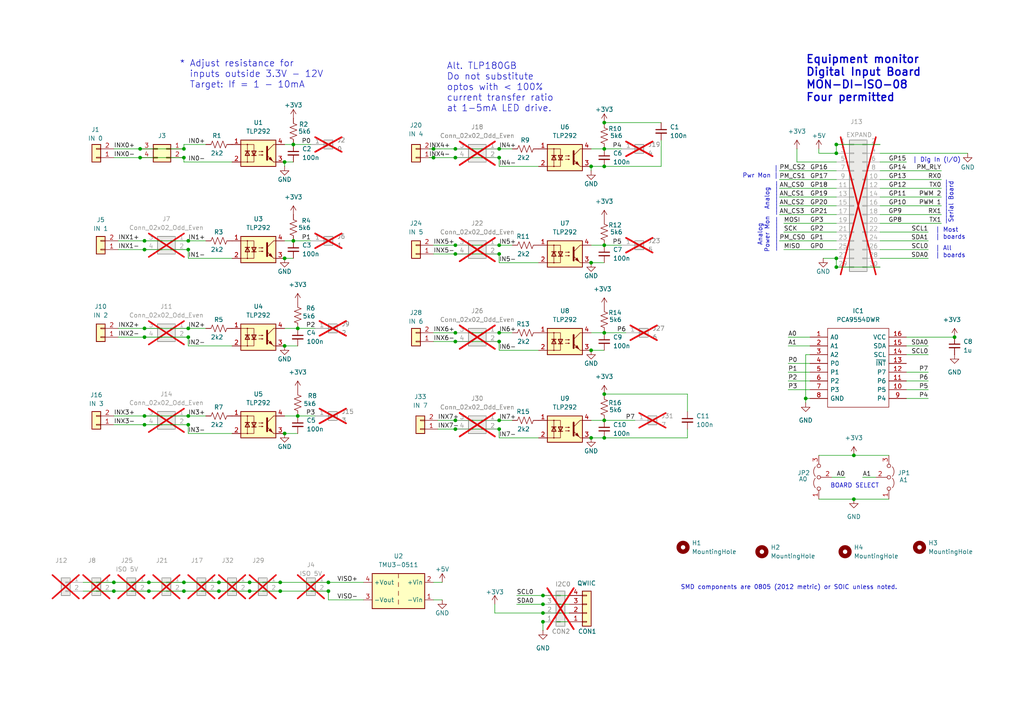
<source format=kicad_sch>
(kicad_sch (version 20250114) (generator "eeschema") (generator_version "9.0")
  (paper "A4")
  (text "    |\nPwr Mon |" (at 225.806 50.038 0) (effects (font (size 1.27 1.27)) (justify right)))
  (text "Analog\n__________" (at 223.52 57.658 90) (effects (font (size 1.27 1.27))))
  (text "BOARD SELECT" (at 247.904 140.97 0) (effects (font (size 1.27 1.27))))
  (text "SMD components are 0805 (2012 metric) or SOIC unless noted." (at 228.854 170.434 0) (effects (font (size 1.27 1.27))))
  (text "| Dig In (I/O)" (at 264.668 46.482 0) (effects (font (size 1.27 1.27)) (justify left)))
  (text "_____________\nSerial Board" (at 274.828 58.674 90) (effects (font (size 1.27 1.27))))
  (text "----------\nSerial Board" (at 446.786 63.754 90) (effects (font (size 1.27 1.27))))
  (text "Equipment monitor\nDigital Input Board \nMON-DI-ISO-08\nFour permitted" (at 233.68 22.86 0) (effects (font (size 2.286 2.286) (thickness 0.381) (bold yes)) (justify left)))
  (text "Analog\nPower Mon\n__________" (at 222.504 68.072 90) (effects (font (size 1.27 1.27))))
  (text "| All\n| boards" (at 271.272 73.152 0) (effects (font (size 1.27 1.27)) (justify left)))
  (text "* Adjust resistance for \n  inputs outside 3.3V - 12V \n  Target: If = 1 - 10mA" (at 52.07 21.59 0) (effects (font (size 1.905 1.905)) (justify left)))
  (text "| Most\n| boards" (at 271.272 67.818 0) (effects (font (size 1.27 1.27)) (justify left)))
  (text "Alt. TLP180GB\nDo not substitute \noptos with < 100%\ncurrent transfer ratio \nat 1-5mA LED drive." (at 129.54 25.4 0) (effects (font (size 1.905 1.905)) (justify left)))
  (text "Analog Boards\n-------" (at 387.35 64.008 90) (effects (font (size 1.27 1.27))))
  (junction (at 86.36 95.25))
  (junction (at 247.65 144.78))
  (junction (at 54.61 95.25))
  (junction (at 242.57 74.93))
  (junction (at 175.26 48.26))
  (junction (at 54.61 123.19))
  (junction (at 144.78 124.46))
  (junction (at 41.91 95.25))
  (junction (at 132.08 96.52))
  (junction (at 40.64 43.18))
  (junction (at 125.73 45.72))
  (junction (at 41.91 120.65))
  (junction (at 144.78 99.06))
  (junction (at 72.39 171.45))
  (junction (at 54.61 69.85))
  (junction (at 125.73 43.18))
  (junction (at 276.86 97.79))
  (junction (at 72.39 168.91))
  (junction (at 82.55 74.93))
  (junction (at 132.08 71.12))
  (junction (at 41.91 69.85))
  (junction (at 54.61 120.65))
  (junction (at 132.08 43.18))
  (junction (at 82.55 125.73))
  (junction (at 33.02 168.91))
  (junction (at 157.48 175.26))
  (junction (at 175.26 71.12))
  (junction (at 63.5 171.45))
  (junction (at 81.28 171.45))
  (junction (at 41.91 97.79))
  (junction (at 95.25 168.91))
  (junction (at 54.61 97.79))
  (junction (at 85.09 41.91))
  (junction (at 171.45 101.6))
  (junction (at 85.09 69.85))
  (junction (at 95.25 171.45))
  (junction (at 144.78 45.72))
  (junction (at 63.5 168.91))
  (junction (at 43.18 168.91))
  (junction (at 144.78 96.52))
  (junction (at 82.55 46.99))
  (junction (at 242.57 41.91))
  (junction (at 132.08 121.92))
  (junction (at 157.48 177.8))
  (junction (at 171.45 127))
  (junction (at 144.78 121.92))
  (junction (at 157.48 180.34))
  (junction (at 132.08 124.46))
  (junction (at 175.26 96.52))
  (junction (at 132.08 73.66))
  (junction (at 81.28 168.91))
  (junction (at 132.08 99.06))
  (junction (at 86.36 120.65))
  (junction (at 33.02 171.45))
  (junction (at 233.68 115.57))
  (junction (at 54.61 72.39))
  (junction (at 40.64 45.72))
  (junction (at 175.26 127))
  (junction (at 53.34 171.45))
  (junction (at 171.45 76.2))
  (junction (at 53.34 45.72))
  (junction (at 144.78 43.18))
  (junction (at 43.18 171.45))
  (junction (at 41.91 123.19))
  (junction (at 175.26 35.56))
  (junction (at 157.48 172.72))
  (junction (at 175.26 43.18))
  (junction (at 175.26 114.3))
  (junction (at 53.34 43.18))
  (junction (at 242.57 77.47))
  (junction (at 171.45 48.26))
  (junction (at 41.91 72.39))
  (junction (at 82.55 100.33))
  (junction (at 247.65 132.08))
  (junction (at 144.78 73.66))
  (junction (at 242.57 44.45))
  (junction (at 53.34 168.91))
  (junction (at 144.78 71.12))
  (junction (at 175.26 121.92))
  (junction (at 132.08 45.72))
  (wire (pts (xy 227.33 72.39) (xy 242.57 72.39)))
  (wire (pts (xy 54.61 120.65) (xy 59.69 120.65)))
  (wire (pts (xy 241.3 138.43) (xy 245.11 138.43)))
  (wire (pts (xy 171.45 121.92) (xy 175.26 121.92)))
  (wire (pts (xy 226.06 59.69) (xy 242.57 59.69)))
  (wire (pts (xy 262.89 107.95) (xy 269.24 107.95)))
  (wire (pts (xy 421.64 78.74) (xy 429.26 78.74)))
  (wire (pts (xy 199.39 114.3) (xy 175.26 114.3)))
  (wire (pts (xy 54.61 72.39) (xy 54.61 74.93)))
  (wire (pts (xy 242.57 77.47) (xy 255.27 77.47)))
  (wire (pts (xy 421.64 81.28) (xy 429.26 81.28)))
  (wire (pts (xy 165.1 180.34) (xy 157.48 180.34)))
  (wire (pts (xy 242.57 41.91) (xy 242.57 44.45)))
  (wire (pts (xy 255.27 44.45) (xy 280.67 44.45)))
  (wire (pts (xy 125.73 96.52) (xy 132.08 96.52)))
  (wire (pts (xy 54.61 125.73) (xy 67.31 125.73)))
  (wire (pts (xy 175.26 96.52) (xy 181.61 96.52)))
  (wire (pts (xy 95.25 168.91) (xy 105.41 168.91)))
  (wire (pts (xy 144.78 96.52) (xy 148.59 96.52)))
  (wire (pts (xy 392.43 78.74) (xy 408.94 78.74)))
  (wire (pts (xy 33.02 171.45) (xy 43.18 171.45)))
  (wire (pts (xy 255.27 52.07) (xy 273.05 52.07)))
  (wire (pts (xy 132.08 71.12) (xy 144.78 71.12)))
  (wire (pts (xy 144.78 43.18) (xy 148.59 43.18)))
  (wire (pts (xy 401.32 76.2) (xy 408.94 76.2)))
  (wire (pts (xy 63.5 168.91) (xy 72.39 168.91)))
  (wire (pts (xy 199.39 127) (xy 175.26 127)))
  (wire (pts (xy 238.76 74.93) (xy 242.57 74.93)))
  (wire (pts (xy 33.02 123.19) (xy 41.91 123.19)))
  (wire (pts (xy 421.64 60.96) (xy 444.5 60.96)))
  (wire (pts (xy 53.34 168.91) (xy 63.5 168.91)))
  (wire (pts (xy 41.91 120.65) (xy 54.61 120.65)))
  (wire (pts (xy 255.27 69.85) (xy 269.24 69.85)))
  (wire (pts (xy 233.68 102.87) (xy 233.68 115.57)))
  (wire (pts (xy 262.89 110.49) (xy 269.24 110.49)))
  (wire (pts (xy 228.6 107.95) (xy 234.95 107.95)))
  (wire (pts (xy 72.39 171.45) (xy 81.28 171.45)))
  (wire (pts (xy 127 124.46) (xy 132.08 124.46)))
  (wire (pts (xy 54.61 100.33) (xy 67.31 100.33)))
  (wire (pts (xy 132.08 73.66) (xy 144.78 73.66)))
  (wire (pts (xy 34.29 72.39) (xy 41.91 72.39)))
  (wire (pts (xy 95.25 171.45) (xy 95.25 173.99)))
  (wire (pts (xy 255.27 64.77) (xy 273.05 64.77)))
  (wire (pts (xy 242.57 74.93) (xy 242.57 77.47)))
  (wire (pts (xy 34.29 97.79) (xy 41.91 97.79)))
  (wire (pts (xy 262.89 115.57) (xy 269.24 115.57)))
  (wire (pts (xy 247.65 132.08) (xy 257.81 132.08)))
  (wire (pts (xy 392.43 73.66) (xy 408.94 73.66)))
  (wire (pts (xy 53.34 46.99) (xy 67.31 46.99)))
  (wire (pts (xy 226.06 54.61) (xy 242.57 54.61)))
  (wire (pts (xy 421.64 66.04) (xy 429.26 66.04)))
  (wire (pts (xy 43.18 168.91) (xy 53.34 168.91)))
  (wire (pts (xy 262.89 97.79) (xy 276.86 97.79)))
  (wire (pts (xy 421.64 55.88) (xy 429.26 55.88)))
  (wire (pts (xy 421.64 58.42) (xy 444.5 58.42)))
  (wire (pts (xy 149.86 172.72) (xy 157.48 172.72)))
  (wire (pts (xy 234.95 102.87) (xy 233.68 102.87)))
  (wire (pts (xy 397.51 49.53) (xy 397.51 53.34)))
  (wire (pts (xy 237.49 144.78) (xy 247.65 144.78)))
  (wire (pts (xy 175.26 127) (xy 171.45 127)))
  (wire (pts (xy 53.34 41.91) (xy 59.69 41.91)))
  (wire (pts (xy 144.78 48.26) (xy 156.21 48.26)))
  (wire (pts (xy 41.91 97.79) (xy 54.61 97.79)))
  (wire (pts (xy 226.06 69.85) (xy 242.57 69.85)))
  (wire (pts (xy 231.14 43.18) (xy 231.14 46.99)))
  (wire (pts (xy 124.46 45.72) (xy 125.73 45.72)))
  (wire (pts (xy 228.6 110.49) (xy 234.95 110.49)))
  (wire (pts (xy 175.26 121.92) (xy 184.15 121.92)))
  (wire (pts (xy 175.26 43.18) (xy 180.34 43.18)))
  (wire (pts (xy 124.46 43.18) (xy 125.73 43.18)))
  (wire (pts (xy 255.27 74.93) (xy 269.24 74.93)))
  (wire (pts (xy 227.33 64.77) (xy 242.57 64.77)))
  (wire (pts (xy 41.91 69.85) (xy 54.61 69.85)))
  (wire (pts (xy 401.32 55.88) (xy 408.94 55.88)))
  (wire (pts (xy 262.89 113.03) (xy 269.24 113.03)))
  (wire (pts (xy 233.68 116.84) (xy 233.68 115.57)))
  (wire (pts (xy 434.34 50.8) (xy 421.64 50.8)))
  (wire (pts (xy 262.89 102.87) (xy 269.24 102.87)))
  (wire (pts (xy 165.1 172.72) (xy 157.48 172.72)))
  (wire (pts (xy 262.89 100.33) (xy 269.24 100.33)))
  (wire (pts (xy 228.6 105.41) (xy 234.95 105.41)))
  (wire (pts (xy 54.61 97.79) (xy 54.61 100.33)))
  (wire (pts (xy 24.13 171.45) (xy 33.02 171.45)))
  (wire (pts (xy 171.45 96.52) (xy 175.26 96.52)))
  (wire (pts (xy 226.06 62.23) (xy 242.57 62.23)))
  (wire (pts (xy 171.45 43.18) (xy 175.26 43.18)))
  (wire (pts (xy 144.78 121.92) (xy 148.59 121.92)))
  (wire (pts (xy 255.27 59.69) (xy 273.05 59.69)))
  (wire (pts (xy 33.02 168.91) (xy 43.18 168.91)))
  (wire (pts (xy 41.91 123.19) (xy 54.61 123.19)))
  (wire (pts (xy 226.06 52.07) (xy 242.57 52.07)))
  (wire (pts (xy 82.55 69.85) (xy 85.09 69.85)))
  (wire (pts (xy 128.27 168.91) (xy 125.73 168.91)))
  (wire (pts (xy 171.45 101.6) (xy 175.26 101.6)))
  (wire (pts (xy 53.34 41.91) (xy 53.34 43.18)))
  (wire (pts (xy 255.27 72.39) (xy 269.24 72.39)))
  (wire (pts (xy 125.73 71.12) (xy 132.08 71.12)))
  (wire (pts (xy 191.77 40.64) (xy 191.77 48.26)))
  (wire (pts (xy 403.86 50.8) (xy 408.94 50.8)))
  (wire (pts (xy 63.5 171.45) (xy 72.39 171.45)))
  (wire (pts (xy 82.55 48.26) (xy 82.55 46.99)))
  (wire (pts (xy 143.51 175.26) (xy 143.51 177.8)))
  (wire (pts (xy 389.89 68.58) (xy 408.94 68.58)))
  (wire (pts (xy 421.64 63.5) (xy 429.26 63.5)))
  (wire (pts (xy 144.78 45.72) (xy 144.78 48.26)))
  (wire (pts (xy 171.45 49.53) (xy 171.45 48.26)))
  (wire (pts (xy 144.78 99.06) (xy 144.78 101.6)))
  (wire (pts (xy 43.18 171.45) (xy 53.34 171.45)))
  (wire (pts (xy 175.26 48.26) (xy 171.45 48.26)))
  (wire (pts (xy 132.08 45.72) (xy 144.78 45.72)))
  (wire (pts (xy 86.36 120.65) (xy 91.44 120.65)))
  (wire (pts (xy 85.09 41.91) (xy 90.17 41.91)))
  (wire (pts (xy 33.02 120.65) (xy 41.91 120.65)))
  (wire (pts (xy 255.27 54.61) (xy 273.05 54.61)))
  (wire (pts (xy 157.48 175.26) (xy 165.1 175.26)))
  (wire (pts (xy 95.25 173.99) (xy 105.41 173.99)))
  (wire (pts (xy 41.91 72.39) (xy 54.61 72.39)))
  (wire (pts (xy 199.39 124.46) (xy 199.39 127)))
  (wire (pts (xy 85.09 69.85) (xy 90.17 69.85)))
  (wire (pts (xy 255.27 57.15) (xy 273.05 57.15)))
  (wire (pts (xy 132.08 124.46) (xy 144.78 124.46)))
  (wire (pts (xy 41.91 95.25) (xy 54.61 95.25)))
  (wire (pts (xy 144.78 127) (xy 156.21 127)))
  (wire (pts (xy 242.57 41.91) (xy 255.27 41.91)))
  (wire (pts (xy 392.43 71.12) (xy 408.94 71.12)))
  (wire (pts (xy 227.33 67.31) (xy 242.57 67.31)))
  (wire (pts (xy 53.34 171.45) (xy 63.5 171.45)))
  (wire (pts (xy 255.27 67.31) (xy 269.24 67.31)))
  (wire (pts (xy 144.78 101.6) (xy 156.21 101.6)))
  (wire (pts (xy 237.49 132.08) (xy 247.65 132.08)))
  (wire (pts (xy 125.73 43.18) (xy 132.08 43.18)))
  (wire (pts (xy 34.29 69.85) (xy 41.91 69.85)))
  (wire (pts (xy 171.45 76.2) (xy 175.26 76.2)))
  (wire (pts (xy 128.27 173.99) (xy 125.73 173.99)))
  (wire (pts (xy 86.36 95.25) (xy 91.44 95.25)))
  (wire (pts (xy 255.27 46.99) (xy 262.89 46.99)))
  (wire (pts (xy 82.55 120.65) (xy 86.36 120.65)))
  (wire (pts (xy 228.6 100.33) (xy 234.95 100.33)))
  (wire (pts (xy 82.55 46.99) (xy 85.09 46.99)))
  (wire (pts (xy 132.08 43.18) (xy 144.78 43.18)))
  (wire (pts (xy 24.13 168.91) (xy 33.02 168.91)))
  (wire (pts (xy 421.64 73.66) (xy 433.07 73.66)))
  (wire (pts (xy 403.86 49.53) (xy 403.86 50.8)))
  (wire (pts (xy 125.73 45.72) (xy 132.08 45.72)))
  (wire (pts (xy 389.89 66.04) (xy 408.94 66.04)))
  (wire (pts (xy 144.78 124.46) (xy 144.78 127)))
  (wire (pts (xy 53.34 45.72) (xy 53.34 46.99)))
  (wire (pts (xy 82.55 95.25) (xy 86.36 95.25)))
  (wire (pts (xy 247.65 144.78) (xy 257.81 144.78)))
  (wire (pts (xy 132.08 99.06) (xy 144.78 99.06)))
  (wire (pts (xy 82.55 125.73) (xy 86.36 125.73)))
  (wire (pts (xy 144.78 76.2) (xy 156.21 76.2)))
  (wire (pts (xy 231.14 46.99) (xy 242.57 46.99)))
  (wire (pts (xy 132.08 121.92) (xy 144.78 121.92)))
  (wire (pts (xy 54.61 74.93) (xy 67.31 74.93)))
  (wire (pts (xy 237.49 43.18) (xy 237.49 44.45)))
  (wire (pts (xy 255.27 62.23) (xy 273.05 62.23)))
  (wire (pts (xy 255.27 49.53) (xy 273.05 49.53)))
  (wire (pts (xy 157.48 180.34) (xy 157.48 182.88)))
  (wire (pts (xy 149.86 175.26) (xy 157.48 175.26)))
  (wire (pts (xy 53.34 43.18) (xy 40.64 43.18)))
  (wire (pts (xy 237.49 44.45) (xy 242.57 44.45)))
  (wire (pts (xy 125.73 73.66) (xy 132.08 73.66)))
  (wire (pts (xy 421.64 71.12) (xy 444.5 71.12)))
  (wire (pts (xy 397.51 53.34) (xy 408.94 53.34)))
  (wire (pts (xy 144.78 73.66) (xy 144.78 76.2)))
  (wire (pts (xy 54.61 123.19) (xy 54.61 125.73)))
  (wire (pts (xy 434.34 50.8) (xy 434.34 83.82)))
  (wire (pts (xy 82.55 100.33) (xy 86.36 100.33)))
  (wire (pts (xy 132.08 96.52) (xy 144.78 96.52)))
  (wire (pts (xy 389.89 63.5) (xy 408.94 63.5)))
  (wire (pts (xy 233.68 115.57) (xy 234.95 115.57)))
  (wire (pts (xy 403.86 81.28) (xy 408.94 81.28)))
  (wire (pts (xy 228.6 113.03) (xy 234.95 113.03)))
  (wire (pts (xy 143.51 177.8) (xy 157.48 177.8)))
  (wire (pts (xy 40.64 45.72) (xy 53.34 45.72)))
  (wire (pts (xy 199.39 119.38) (xy 199.39 114.3)))
  (wire (pts (xy 228.6 97.79) (xy 234.95 97.79)))
  (wire (pts (xy 389.89 60.96) (xy 408.94 60.96)))
  (wire (pts (xy 401.32 58.42) (xy 408.94 58.42)))
  (wire (pts (xy 54.61 95.25) (xy 59.69 95.25)))
  (wire (pts (xy 421.64 53.34) (xy 429.26 53.34)))
  (wire (pts (xy 175.26 48.26) (xy 191.77 48.26)))
  (wire (pts (xy 250.19 138.43) (xy 254 138.43)))
  (wire (pts (xy 144.78 71.12) (xy 148.59 71.12)))
  (wire (pts (xy 226.06 49.53) (xy 242.57 49.53)))
  (wire (pts (xy 81.28 168.91) (xy 95.25 168.91)))
  (wire (pts (xy 165.1 177.8) (xy 157.48 177.8)))
  (wire (pts (xy 54.61 69.85) (xy 59.69 69.85)))
  (wire (pts (xy 127 121.92) (xy 132.08 121.92)))
  (wire (pts (xy 33.02 45.72) (xy 40.64 45.72)))
  (wire (pts (xy 125.73 99.06) (xy 132.08 99.06)))
  (wire (pts (xy 82.55 41.91) (xy 85.09 41.91)))
  (wire (pts (xy 175.26 35.56) (xy 191.77 35.56)))
  (wire (pts (xy 421.64 76.2) (xy 433.07 76.2)))
  (wire (pts (xy 82.55 74.93) (xy 85.09 74.93)))
  (wire (pts (xy 421.64 68.58) (xy 444.5 68.58)))
  (wire (pts (xy 33.02 43.18) (xy 40.64 43.18)))
  (wire (pts (xy 81.28 171.45) (xy 95.25 171.45)))
  (wire (pts (xy 226.06 57.15) (xy 242.57 57.15)))
  (wire (pts (xy 175.26 71.12) (xy 180.34 71.12)))
  (wire (pts (xy 72.39 168.91) (xy 81.28 168.91)))
  (wire (pts (xy 171.45 71.12) (xy 175.26 71.12)))
  (wire (pts (xy 34.29 95.25) (xy 41.91 95.25)))
  (label "INX3-" (at 33.02 123.19 0))
  (label "GP8" (at 429.26 71.12 180))
  (label "TX0" (at 273.05 54.61 180))
  (label "P3" (at 228.6 113.03 0))
  (label "GP20" (at 234.95 59.69 0))
  (label "GP17" (at 234.95 52.07 0))
  (label "INX3+" (at 33.02 120.65 0))
  (label "GP18" (at 234.95 54.61 0))
  (label "PM_CS2" (at 226.06 49.53 0))
  (label "GP17" (at 401.32 58.42 0))
  (label "RX0" (at 273.05 52.07 180))
  (label "GP2" (at 234.95 67.31 0))
  (label "GP9" (at 261.62 62.23 180))
  (label "INX1+" (at 34.29 69.85 0))
  (label "INX0-" (at 33.02 45.72 0))
  (label "INX7+" (at 127 121.92 0))
  (label "VISO-" (at 97.79 173.99 0))
  (label "IN1-" (at 54.61 74.93 0))
  (label "TX1" (at 273.05 64.77 180))
  (label "P1" (at 90.17 69.85 180))
  (label "PM_RLY" (at 273.05 49.53 180))
  (label "GP12" (at 262.89 54.61 180))
  (label "GP10" (at 262.89 59.69 180))
  (label "GP19" (at 401.32 63.5 0))
  (label "INX7-" (at 127 124.46 0))
  (label "GP14" (at 429.26 55.88 180))
  (label "SCL1" (at 269.24 67.31 180))
  (label "IN2+" (at 54.61 95.25 0))
  (label "SDA" (at 429.26 81.28 180))
  (label "SCL1" (at 433.07 73.66 180))
  (label "MOSI" (at 392.43 71.12 0))
  (label "TX1" (at 444.5 71.12 180))
  (label "IN5-" (at 144.78 76.2 0))
  (label "IN7+" (at 144.78 121.92 0))
  (label "P0" (at 228.6 105.41 0))
  (label "INX2-" (at 34.29 97.79 0))
  (label "IN7-" (at 144.78 127 0))
  (label "IN4-" (at 144.78 48.26 0))
  (label "SCL0" (at 269.24 72.39 180))
  (label "SCL0" (at 269.24 102.87 180))
  (label "INX4+" (at 124.46 43.18 0))
  (label "P6" (at 181.61 96.52 180))
  (label "IN6-" (at 144.78 101.6 0))
  (label "P4" (at 180.34 43.18 180))
  (label "PM_CS0" (at 226.06 69.85 0))
  (label "GP13" (at 429.26 58.42 180))
  (label "INX4-" (at 124.46 45.72 0))
  (label "GP0" (at 234.95 72.39 0))
  (label "IN2-" (at 54.61 100.33 0))
  (label "P1" (at 228.6 107.95 0))
  (label "GP19" (at 234.95 57.15 0))
  (label "P5" (at 269.24 113.03 180))
  (label "SEL3" (at 389.89 68.58 0))
  (label "GP8" (at 261.62 64.77 180))
  (label "SCL" (at 429.26 78.74 180))
  (label "INX6-" (at 125.73 99.06 0))
  (label "GP9" (at 429.26 68.58 180))
  (label "GP20" (at 401.32 66.04 0))
  (label "GP15" (at 429.26 53.34 180))
  (label "PWM 2" (at 273.05 57.15 180))
  (label "GP7" (at 426.72 73.66 180))
  (label "SEL2" (at 389.89 66.04 0))
  (label "SCK" (at 227.33 67.31 0))
  (label "IN3+" (at 54.61 120.65 0))
  (label "GP16" (at 401.32 55.88 0))
  (label "GP3" (at 401.32 71.12 0))
  (label "INX2+" (at 34.29 95.25 0))
  (label "PWM 1" (at 273.05 59.69 180))
  (label "A1" (at 228.6 100.33 0))
  (label "AN_CS0" (at 226.06 54.61 0))
  (label "VISO+" (at 97.79 168.91 0))
  (label "P3" (at 91.44 120.65 180))
  (label "GP16" (at 234.95 49.53 0))
  (label "SCK" (at 392.43 73.66 0))
  (label "GP21" (at 234.95 62.23 0))
  (label "IN4+" (at 144.78 43.18 0))
  (label "P5" (at 180.34 71.12 180))
  (label "INX1-" (at 34.29 72.39 0))
  (label "GP1" (at 401.32 76.2 0))
  (label "GP15" (at 262.89 46.99 180))
  (label "GP21" (at 401.32 68.58 0))
  (label "IN1+" (at 54.61 69.85 0))
  (label "SEL0" (at 389.89 60.96 0))
  (label "SCL0" (at 149.86 172.72 0))
  (label "GP11" (at 262.89 57.15 180))
  (label "AN_CS1" (at 226.06 57.15 0))
  (label "IN3-" (at 54.61 125.73 0))
  (label "GP18" (at 401.32 60.96 0))
  (label "RX0" (at 444.5 58.42 180))
  (label "PM_CS1" (at 226.06 52.07 0))
  (label "P4" (at 269.24 115.57 180))
  (label "AN_CS2" (at 226.06 59.69 0))
  (label "MISO" (at 392.43 78.74 0))
  (label "RX1" (at 444.5 68.58 180))
  (label "IN0-" (at 54.61 46.99 0))
  (label "A0" (at 245.11 138.43 180))
  (label "INX6+" (at 125.73 96.52 0))
  (label "INX5+" (at 125.73 71.12 0))
  (label "P7" (at 269.24 107.95 180))
  (label "P0" (at 90.17 41.91 180))
  (label "GP0" (at 401.32 78.74 0))
  (label "SDA1" (at 269.24 69.85 180))
  (label "P2" (at 228.6 110.49 0))
  (label "SEL1" (at 389.89 63.5 0))
  (label "GP13" (at 262.89 52.07 180))
  (label "GP2" (at 401.32 73.66 0))
  (label "GP6" (at 426.72 76.2 180))
  (label "IN6+" (at 144.78 96.52 0))
  (label "SDA0" (at 269.24 100.33 180))
  (label "IN5+" (at 144.78 71.12 0))
  (label "IN0+" (at 54.61 41.91 0))
  (label "P7" (at 184.15 121.92 180))
  (label "INX5-" (at 125.73 73.66 0))
  (label "P2" (at 91.44 95.25 180))
  (label "MOSI" (at 227.33 64.77 0))
  (label "TX0" (at 444.5 60.96 180))
  (label "INX0+" (at 33.02 43.18 0))
  (label "P6" (at 269.24 110.49 180))
  (label "A1" (at 250.19 138.43 0))
  (label "GP3" (at 234.95 64.77 0))
  (label "AN_CS3" (at 226.06 62.23 0))
  (label "GP10" (at 429.26 66.04 180))
  (label "RX1" (at 273.05 62.23 180))
  (label "GP14" (at 262.89 49.53 180))
  (label "MISO" (at 227.33 72.39 0))
  (label "GP1" (at 234.95 69.85 0))
  (label "GP12" (at 429.26 60.96 180))
  (label "SDA0" (at 269.24 74.93 180))
  (label "SDA0" (at 149.86 175.26 0))
  (label "SDA1" (at 433.07 76.2 180))
  (label "GP11" (at 429.26 63.5 180))
  (label "A0" (at 228.6 97.79 0))
  (symbol (lib_id "Device:C_Small") (at 86.36 123.19 0) (unit 1)
    (property "Reference" "C5" (at 88.9 121.9262 0) (effects (justify left)))
    (property "Value" "100n" (at 88.9 124.4662 0) (effects (justify left)))
    (property "Footprint" "Capacitor_SMD:C_0805_2012Metric_Pad1.18x1.45mm_HandSolder" (effects (hide yes)))
    (property "Description" "Unpolarized capacitor, small symbol" (effects (hide yes)))
  )
  (symbol (lib_id "Mechanical:MountingHole") (at 220.98 160.02 0) (unit 1) (exclude_from_sim yes)
    (property "Reference" "H2" (at 223.52 158.7499 0) (effects (justify left)))
    (property "Value" "MountingHole" (at 223.52 161.2899 0) (effects (justify left)))
    (property "Footprint" "RP:MountingHole_3.5mm_no_fill" (effects (hide yes)))
    (property "Description" "Mounting Hole without connection" (effects (hide yes)))
  )
  (symbol (lib_id "power:GND") (at 82.55 74.93 0) (unit 1)
    (property "Reference" "#PWR012" (effects (hide yes)))
    (property "Value" "GND" (at 82.55 78.74 0))
  )
  (symbol (lib_id "power:+3V3") (at 247.65 132.08 0) (unit 1)
    (property "Reference" "#PWR028" (effects (hide yes)))
    (property "Value" "+3V3" (at 247.65 127 0))
    (property "Description" "Power symbol creates a global label with name \"+3V3\"" (effects (hide yes)))
  )
  (symbol (lib_id "Connector_Generic:Conn_01x02") (at 27.94 45.72 180) (unit 1)
    (property "Reference" "J1" (at 27.686 37.592 0))
    (property "Value" "IN 0" (at 27.686 40.132 0))
    (property "Footprint" "RP:K2EDG" (effects (hide yes)))
    (property "Description" "Generic connector, single row, 01x02, script generated (kicad-library-utils/schlib/autogen/connector/)" (effects (hide yes)))
    (property "Description_1" "Pluggable Terminal Blocks 2P 3.81MM HDR RA PLUGGABLE TERM BLK" (effects (hide yes)))
    (property "Height" "7.5" (effects (hide yes)))
    (property "Mouser Part Number" "649-220110-D021A01LF" (effects (hide yes)))
    (property "Mouser Price/Stock" "https://www.mouser.co.uk/ProductDetail/Amphenol-Anytek/OQ0232510000G?qs=Mv7BduZupUhls3kYL4ZmhA%3D%3D" (effects (hide yes)))
    (property "Manufacturer_Name" "Amphenol" (effects (hide yes)))
    (property "Manufacturer_Part_Number" "OQ0232510000G" (effects (hide yes)))
  )
  (symbol (lib_id "Device:R_US") (at 175.26 67.31 0) (unit 1)
    (property "Reference" "R12" (at 180.34 65.278 0) (effects (justify right)))
    (property "Value" "5k6" (at 180.594 67.31 0) (effects (justify right)))
    (property "Footprint" "Resistor_SMD:R_0805_2012Metric_Pad1.20x1.40mm_HandSolder" (effects (hide yes)))
  )
  (symbol (lib_id "Device:C_Small") (at 175.26 73.66 0) (unit 1)
    (property "Reference" "C7" (at 177.8 72.3962 0) (effects (justify left)))
    (property "Value" "100n" (at 177.8 74.9362 0) (effects (justify left)))
    (property "Footprint" "Capacitor_SMD:C_0805_2012Metric_Pad1.18x1.45mm_HandSolder" (effects (hide yes)))
    (property "Description" "Unpolarized capacitor, small symbol" (effects (hide yes)))
  )
  (symbol (lib_id "Device:C_Small") (at 276.86 100.33 0) (unit 1)
    (property "Reference" "C8" (at 279.4 99.0662 0) (effects (justify left)))
    (property "Value" "1u" (at 279.4 101.6062 0) (effects (justify left)))
    (property "Footprint" "Capacitor_SMD:C_0805_2012Metric_Pad1.18x1.45mm_HandSolder" (effects (hide yes)))
    (property "Description" "Unpolarized capacitor, small symbol" (effects (hide yes)))
  )
  (symbol (lib_id "power:GND") (at 247.65 144.78 0) (unit 1)
    (property "Reference" "#PWR029" (effects (hide yes)))
    (property "Value" "GND" (at 247.65 149.86 0))
    (property "Description" "Power symbol creates a global label with name \"GND\" , ground" (effects (hide yes)))
  )
  (symbol (lib_id "Device:R_US") (at 86.36 91.44 0) (unit 1)
    (property "Reference" "R6" (at 91.44 89.408 0) (effects (justify right)))
    (property "Value" "5k6" (at 91.44 91.694 0) (effects (justify right)))
    (property "Footprint" "Resistor_SMD:R_0805_2012Metric_Pad1.20x1.40mm_HandSolder" (effects (hide yes)))
  )
  (symbol (lib_id "Device:C_Small") (at 175.26 45.72 0) (unit 1)
    (property "Reference" "C6" (at 177.8 44.4562 0) (effects (justify left)))
    (property "Value" "100n" (at 177.8 46.9962 0) (effects (justify left)))
    (property "Footprint" "Capacitor_SMD:C_0805_2012Metric_Pad1.18x1.45mm_HandSolder" (effects (hide yes)))
    (property "Description" "Unpolarized capacitor, small symbol" (effects (hide yes)))
  )
  (symbol (lib_id "Connector_Generic:Conn_01x01") (at 189.23 121.92 0) (unit 1) (dnp yes)
    (property "Reference" "J31" (at 191.77 120.6499 0) (effects (justify left)))
    (property "Value" "7" (at 191.77 123.1899 0) (effects (justify left)))
    (property "Footprint" "Connector_PinHeader_2.54mm:PinHeader_1x01_P2.54mm_Vertical" (effects (hide yes)))
    (property "Description" "Generic connector, single row, 01x01, script generated (kicad-library-utils/schlib/autogen/connector/)" (effects (hide yes)))
  )
  (symbol (lib_id "Device:R_US") (at 63.5 120.65 270) (unit 1)
    (property "Reference" "R7" (at 64.77 118.11 90) (effects (justify right)))
    (property "Value" "2k2" (at 64.77 123.19 90) (effects (justify right)))
    (property "Footprint" "Resistor_SMD:R_0805_2012Metric_Pad1.20x1.40mm_HandSolder" (effects (hide yes)))
  )
  (symbol (lib_id "power:GND") (at 157.48 182.88 0) (unit 1)
    (property "Reference" "#PWR033" (effects (hide yes)))
    (property "Value" "GND" (at 157.48 187.96 0))
    (property "Description" "Power symbol creates a global label with name \"GND\" , ground" (effects (hide yes)))
  )
  (symbol (lib_id "power:GND") (at 434.34 83.82 0) (unit 1)
    (property "Reference" "#PWR016" (effects (hide yes)))
    (property "Value" "GND" (at 434.34 88.9 0))
    (property "Description" "Power symbol creates a global label with name \"GND\" , ground" (effects (hide yes)))
  )
  (symbol (lib_id "Connector_Generic:Conn_01x02") (at 48.26 168.91 0) (mirror y) (unit 1) (dnp yes)
    (property "Reference" "J21" (at 46.99 162.56 0))
    (property "Value" "Conn_02x02_Odd_Even" (effects (hide yes)))
    (property "Footprint" "Connector_PinHeader_1.27mm:PinHeader_1x02_P1.27mm_Vertical" (effects (hide yes)))
    (property "Description" "Generic connector, single row, 01x02, script generated (kicad-library-utils/schlib/autogen/connector/)" (effects (hide yes)))
  )
  (symbol (lib_id "power:+3V3") (at 86.36 87.63 0) (unit 1)
    (property "Reference" "#PWR017" (effects (hide yes)))
    (property "Value" "+3V3" (at 86.36 82.55 0))
    (property "Description" "Power symbol creates a global label with name \"+3V3\"" (effects (hide yes)))
  )
  (symbol (lib_id "power:+3V3") (at 143.51 175.26 0) (unit 1)
    (property "Reference" "#PWR032" (effects (hide yes)))
    (property "Value" "+3V3" (at 143.51 171.704 0))
    (property "Description" "Power symbol creates a global label with name \"+3V3\"" (effects (hide yes)))
  )
  (symbol (lib_id "power:+3V3") (at 85.09 34.29 0) (unit 1)
    (property "Reference" "#PWR01" (effects (hide yes)))
    (property "Value" "+3V3" (at 85.09 30.48 0))
    (property "Description" "Power symbol creates a global label with name \"+3V3\"" (effects (hide yes)))
  )
  (symbol (lib_id "Connector_Generic:Conn_02x02_Top_Bottom") (at 48.26 43.18 0) (mirror y) (unit 1)
    (property "Reference" "J3" (at 46.99 39.37 0))
    (property "Value" "Conn_02x02_Odd_Even" (effects (hide yes)))
    (property "Footprint" "Connector_PinHeader_1.27mm:PinHeader_2x02_P1.27mm_Vertical" (effects (hide yes)))
  )
  (symbol (lib_id "power:GND") (at 238.76 74.93 0) (unit 1)
    (property "Reference" "#PWR013" (effects (hide yes)))
    (property "Value" "GND" (at 238.76 78.74 0))
    (property "Description" "Power symbol creates a global label with name \"GND\" , ground" (effects (hide yes)))
  )
  (symbol (lib_id "power:GND") (at 171.45 127 0) (unit 1)
    (property "Reference" "#PWR027" (effects (hide yes)))
    (property "Value" "GND" (at 171.45 130.81 0))
  )
  (symbol (lib_id "Connector_Generic:Conn_02x02_Top_Bottom") (at 139.7 121.92 0) (mirror y) (unit 1) (dnp yes)
    (property "Reference" "J30" (at 138.43 115.57 0))
    (property "Value" "Conn_02x02_Odd_Even" (at 138.43 118.11 0))
    (property "Footprint" "Connector_PinHeader_1.27mm:PinHeader_2x02_P1.27mm_Vertical" (effects (hide yes)))
  )
  (symbol (lib_id "power:+5V") (at 403.86 49.53 0) (unit 1)
    (property "Reference" "#PWR09" (effects (hide yes)))
    (property "Value" "+5V" (at 403.86 44.45 0))
    (property "Description" "Power symbol creates a global label with name \"+5V\"" (effects (hide yes)))
  )
  (symbol (lib_id "Connector_Generic:Conn_01x04") (at 170.18 177.8 0) (mirror x) (unit 1)
    (property "Reference" "CON1" (at 167.64 183.134 0) (effects (justify left)))
    (property "Value" "QWIIC" (at 167.386 169.164 0) (effects (justify left)))
    (property "Footprint" "RP:JST_SH_SM04B-SRSS-TB_1x04-1MP_P1.00mm_Horizontal_wide_MP" (effects (hide yes)))
    (property "Description" "Generic connector, single row, 01x04, script generated (kicad-library-utils/schlib/autogen/connector/)" (effects (hide yes)))
  )
  (symbol (lib_id "Connector_Generic:Conn_01x01") (at 96.52 95.25 0) (unit 1) (dnp yes)
    (property "Reference" "J9" (at 99.06 93.9799 0) (effects (justify left)))
    (property "Value" "2" (at 99.06 96.5199 0) (effects (justify left)))
    (property "Footprint" "Connector_PinHeader_2.54mm:PinHeader_1x01_P2.54mm_Vertical" (effects (hide yes)))
    (property "Description" "Generic connector, single row, 01x01, script generated (kicad-library-utils/schlib/autogen/connector/)" (effects (hide yes)))
  )
  (symbol (lib_id "Device:R_US") (at 86.36 116.84 0) (unit 1)
    (property "Reference" "R8" (at 91.948 114.808 0) (effects (justify right)))
    (property "Value" "5k6" (at 91.694 117.094 0) (effects (justify right)))
    (property "Footprint" "Resistor_SMD:R_0805_2012Metric_Pad1.20x1.40mm_HandSolder" (effects (hide yes)))
  )
  (symbol (lib_id "Device:C_Small") (at 85.09 44.45 0) (unit 1)
    (property "Reference" "C2" (at 87.63 43.1862 0) (effects (justify left)))
    (property "Value" "100n" (at 87.63 45.7262 0) (effects (justify left)))
    (property "Footprint" "Capacitor_SMD:C_0805_2012Metric_Pad1.18x1.45mm_HandSolder" (effects (hide yes)))
    (property "Description" "Unpolarized capacitor, small symbol" (effects (hide yes)))
  )
  (symbol (lib_id "Device:R_US") (at 152.4 71.12 270) (unit 1)
    (property "Reference" "R11" (at 153.67 68.58 90) (effects (justify right)))
    (property "Value" "2k2" (at 153.67 73.66 90) (effects (justify right)))
    (property "Footprint" "Resistor_SMD:R_0805_2012Metric_Pad1.20x1.40mm_HandSolder" (effects (hide yes)))
  )
  (symbol (lib_id "power:GND") (at 171.45 49.53 0) (unit 1)
    (property "Reference" "#PWR07" (effects (hide yes)))
    (property "Value" "GND" (at 171.45 53.34 0))
  )
  (symbol (lib_id "power:GND") (at 171.45 101.6 0) (unit 1)
    (property "Reference" "#PWR021" (effects (hide yes)))
    (property "Value" "GND" (at 171.45 105.41 0))
  )
  (symbol (lib_id "Device:R_US") (at 63.5 41.91 270) (unit 1)
    (property "Reference" "R1" (at 64.262 39.37 90) (effects (justify right)))
    (property "Value" "2k2" (at 64.77 44.45 90) (effects (justify right)))
    (property "Footprint" "Resistor_SMD:R_0805_2012Metric_Pad1.20x1.40mm_HandSolder" (effects (hide yes)))
  )
  (symbol (lib_id "Isolator:TLP292") (at 163.83 124.46 0) (unit 1)
    (property "Reference" "U9" (at 163.83 115.57 0))
    (property "Value" "TLP292" (at 163.83 118.11 0))
    (property "Footprint" "RP:TLP_OPTO_WIDE_PINS" (effects (hide yes)))
    (property "Datasheet" "https://toshiba.semicon-storage.com/info/TLP292_datasheet_en_20191129.pdf?did=14425&prodName=TLP292" (effects (hide yes)))
    (property "Description" "AC/DC Phototransistor Optocoupler, Vce 80V, CTR 50-200%, SOP4" (effects (hide yes)))
  )
  (symbol (lib_id "Connector_Generic:Conn_01x02") (at 58.42 168.91 0) (mirror y) (unit 1) (dnp yes)
    (property "Reference" "J17" (at 57.15 162.56 0))
    (property "Value" "Conn_02x02_Odd_Even" (effects (hide yes)))
    (property "Footprint" "Connector_PinHeader_1.27mm:PinHeader_1x02_P1.27mm_Vertical" (effects (hide yes)))
    (property "Description" "Generic connector, single row, 01x02, script generated (kicad-library-utils/schlib/autogen/connector/)" (effects (hide yes)))
  )
  (symbol (lib_id "Connector_Generic:Conn_01x02") (at 38.1 168.91 0) (mirror y) (unit 1) (dnp yes)
    (property "Reference" "J25" (at 36.83 162.56 0))
    (property "Value" "ISO 5V" (at 36.83 165.1 0))
    (property "Footprint" "Connector_PinHeader_1.27mm:PinHeader_1x02_P1.27mm_Vertical" (effects (hide yes)))
    (property "Description" "Generic connector, single row, 01x02, script generated (kicad-library-utils/schlib/autogen/connector/)" (effects (hide yes)))
  )
  (symbol (lib_id "Isolator:TLP292") (at 163.83 99.06 0) (unit 1)
    (property "Reference" "U8" (at 163.83 90.17 0))
    (property "Value" "TLP292" (at 163.83 92.71 0))
    (property "Footprint" "RP:TLP_OPTO_WIDE_PINS" (effects (hide yes)))
    (property "Datasheet" "https://toshiba.semicon-storage.com/info/TLP292_datasheet_en_20191129.pdf?did=14425&prodName=TLP292" (effects (hide yes)))
    (property "Description" "AC/DC Phototransistor Optocoupler, Vce 80V, CTR 50-200%, SOP4" (effects (hide yes)))
  )
  (symbol (lib_id "power:+3V3") (at 85.09 62.23 0) (unit 1)
    (property "Reference" "#PWR010" (effects (hide yes)))
    (property "Value" "+3V3" (at 85.09 57.15 0))
    (property "Description" "Power symbol creates a global label with name \"+3V3\"" (effects (hide yes)))
  )
  (symbol (lib_id "Mechanical:MountingHole") (at 198.12 158.75 0) (unit 1) (exclude_from_sim yes)
    (property "Reference" "H1" (at 200.66 157.4799 0) (effects (justify left)))
    (property "Value" "MountingHole" (at 200.66 160.0199 0) (effects (justify left)))
    (property "Footprint" "RP:MountingHole_3.5mm_no_fill" (effects (hide yes)))
    (property "Description" "Mounting Hole without connection" (effects (hide yes)))
  )
  (symbol (lib_id "power:GND") (at 82.55 100.33 0) (unit 1)
    (property "Reference" "#PWR020" (effects (hide yes)))
    (property "Value" "GND" (at 82.55 104.14 0))
  )
  (symbol (lib_id "Connector_Generic:Conn_01x01") (at 185.42 43.18 0) (unit 1) (dnp yes)
    (property "Reference" "J19" (at 187.96 41.9099 0) (effects (justify left)))
    (property "Value" "4" (at 187.96 44.4499 0) (effects (justify left)))
    (property "Footprint" "Connector_PinHeader_2.54mm:PinHeader_1x01_P2.54mm_Vertical" (effects (hide yes)))
    (property "Description" "Generic connector, single row, 01x01, script generated (kicad-library-utils/schlib/autogen/connector/)" (effects (hide yes)))
  )
  (symbol (lib_id "Connector_Generic:Conn_01x02") (at 29.21 72.39 180) (unit 1)
    (property "Reference" "J5" (at 29.21 63.754 0))
    (property "Value" "IN 1" (at 29.21 66.294 0))
    (property "Footprint" "RP:K2EDG" (effects (hide yes)))
    (property "Description" "Generic connector, single row, 01x02, script generated (kicad-library-utils/schlib/autogen/connector/)" (effects (hide yes)))
    (property "Description_1" "Pluggable Terminal Blocks 2P 3.81MM HDR RA PLUGGABLE TERM BLK" (effects (hide yes)))
    (property "Height" "7.5" (effects (hide yes)))
    (property "Mouser Part Number" "649-220110-D021A01LF" (effects (hide yes)))
    (property "Mouser Price/Stock" "https://www.mouser.co.uk/ProductDetail/Amphenol-Anytek/OQ0232510000G?qs=Mv7BduZupUhls3kYL4ZmhA%3D%3D" (effects (hide yes)))
    (property "Manufacturer_Name" "Amphenol" (effects (hide yes)))
    (property "Manufacturer_Part_Number" "OQ0232510000G" (effects (hide yes)))
  )
  (symbol (lib_id "Connector_Generic:Conn_01x01") (at 185.42 71.12 0) (unit 1) (dnp yes)
    (property "Reference" "J23" (at 187.96 69.8499 0) (effects (justify left)))
    (property "Value" "5" (at 187.96 72.3899 0) (effects (justify left)))
    (property "Footprint" "Connector_PinHeader_2.54mm:PinHeader_1x01_P2.54mm_Vertical" (effects (hide yes)))
    (property "Description" "Generic connector, single row, 01x01, script generated (kicad-library-utils/schlib/autogen/connector/)" (effects (hide yes)))
  )
  (symbol (lib_id "Device:C_Small") (at 85.09 72.39 0) (unit 1)
    (property "Reference" "C3" (at 87.63 71.1262 0) (effects (justify left)))
    (property "Value" "100n" (at 87.63 73.6662 0) (effects (justify left)))
    (property "Footprint" "Capacitor_SMD:C_0805_2012Metric_Pad1.18x1.45mm_HandSolder" (effects (hide yes)))
    (property "Description" "Unpolarized capacitor, small symbol" (effects (hide yes)))
  )
  (symbol (lib_id "Connector_Generic:Conn_01x01") (at 95.25 41.91 0) (unit 1) (dnp yes)
    (property "Reference" "J2" (at 97.79 40.6399 0) (effects (justify left)))
    (property "Value" "0" (at 97.79 43.1799 0) (effects (justify left)))
    (property "Footprint" "Connector_PinHeader_2.54mm:PinHeader_1x01_P2.54mm_Vertical" (effects (hide yes)))
    (property "Description" "Generic connector, single row, 01x01, script generated (kicad-library-utils/schlib/autogen/connector/)" (effects (hide yes)))
  )
  (symbol (lib_id "Connector_Generic:Conn_01x02") (at 29.21 97.79 180) (unit 1)
    (property "Reference" "J10" (at 29.21 88.9 0))
    (property "Value" "IN 2" (at 29.21 91.44 0))
    (property "Footprint" "RP:K2EDG" (effects (hide yes)))
    (property "Description" "Generic connector, single row, 01x02, script generated (kicad-library-utils/schlib/autogen/connector/)" (effects (hide yes)))
    (property "Description_1" "Pluggable Terminal Blocks 2P 3.81MM HDR RA PLUGGABLE TERM BLK" (effects (hide yes)))
    (property "Height" "7.5" (effects (hide yes)))
    (property "Mouser Part Number" "649-220110-D021A01LF" (effects (hide yes)))
    (property "Mouser Price/Stock" "https://www.mouser.co.uk/ProductDetail/Amphenol-Anytek/OQ0232510000G?qs=Mv7BduZupUhls3kYL4ZmhA%3D%3D" (effects (hide yes)))
    (property "Manufacturer_Name" "Amphenol" (effects (hide yes)))
    (property "Manufacturer_Part_Number" "OQ0232510000G" (effects (hide yes)))
  )
  (symbol (lib_id "Device:R_US") (at 152.4 96.52 270) (unit 1)
    (property "Reference" "R13" (at 153.67 93.98 90) (effects (justify right)))
    (property "Value" "2k2" (at 153.67 99.06 90) (effects (justify right)))
    (property "Footprint" "Resistor_SMD:R_0805_2012Metric_Pad1.20x1.40mm_HandSolder" (effects (hide yes)))
  )
  (symbol (lib_id "Connector_Generic:Conn_01x01") (at 95.25 69.85 0) (unit 1) (dnp yes)
    (property "Reference" "J6" (at 97.79 68.5799 0) (effects (justify left)))
    (property "Value" "1" (at 97.79 71.1199 0) (effects (justify left)))
    (property "Footprint" "Connector_PinHeader_2.54mm:PinHeader_1x01_P2.54mm_Vertical" (effects (hide yes)))
    (property "Description" "Generic connector, single row, 01x01, script generated (kicad-library-utils/schlib/autogen/connector/)" (effects (hide yes)))
  )
  (symbol (lib_id "power:GND") (at 128.27 173.99 0) (unit 1)
    (property "Reference" "#PWR031" (effects (hide yes)))
    (property "Value" "GND" (at 128.27 177.8 0))
    (property "Description" "Power symbol creates a global label with name \"GND\" , ground" (effects (hide yes)))
  )
  (symbol (lib_id "Connector_Generic:Conn_01x02") (at 27.94 123.19 180) (unit 1)
    (property "Reference" "J16" (at 27.94 114.554 0))
    (property "Value" "IN 3" (at 27.94 117.094 0))
    (property "Footprint" "RP:K2EDG" (effects (hide yes)))
    (property "Description" "Generic connector, single row, 01x02, script generated (kicad-library-utils/schlib/autogen/connector/)" (effects (hide yes)))
    (property "Description_1" "Pluggable Terminal Blocks 2P 3.81MM HDR RA PLUGGABLE TERM BLK" (effects (hide yes)))
    (property "Height" "7.5" (effects (hide yes)))
    (property "Mouser Part Number" "649-220110-D021A01LF" (effects (hide yes)))
    (property "Mouser Price/Stock" "https://www.mouser.co.uk/ProductDetail/Amphenol-Anytek/OQ0232510000G?qs=Mv7BduZupUhls3kYL4ZmhA%3D%3D" (effects (hide yes)))
    (property "Manufacturer_Name" "Amphenol" (effects (hide yes)))
    (property "Manufacturer_Part_Number" "OQ0232510000G" (effects (hide yes)))
  )
  (symbol (lib_id "power:+3V3") (at 231.14 43.18 0) (unit 1)
    (property "Reference" "#PWR03" (effects (hide yes)))
    (property "Value" "+3V3" (at 231.14 38.1 0))
    (property "Description" "Power symbol creates a global label with name \"+3V3\"" (effects (hide yes)))
  )
  (symbol (lib_id "Device:R_US") (at 175.26 39.37 0) (unit 1)
    (property "Reference" "R10" (at 180.34 37.338 0) (effects (justify right)))
    (property "Value" "5k6" (at 180.594 39.37 0) (effects (justify right)))
    (property "Footprint" "Resistor_SMD:R_0805_2012Metric_Pad1.20x1.40mm_HandSolder" (effects (hide yes)))
  )
  (symbol (lib_id "power:+3V3") (at 175.26 88.9 0) (unit 1)
    (property "Reference" "#PWR018" (effects (hide yes)))
    (property "Value" "+3V3" (at 174.752 83.82 0))
    (property "Description" "Power symbol creates a global label with name \"+3V3\"" (effects (hide yes)))
  )
  (symbol (lib_id "Connector_Generic:Conn_01x04") (at 162.56 177.8 0) (mirror x) (unit 1) (dnp yes)
    (property "Reference" "CON2" (at 160.02 183.134 0) (effects (justify left)))
    (property "Value" "I2C0" (at 161.036 169.418 0) (effects (justify left)))
    (property "Footprint" "Connector_PinSocket_2.54mm:PinSocket_1x04_P2.54mm_Vertical" (effects (hide yes)))
    (property "Description" "Generic connector, single row, 01x04, script generated (kicad-library-utils/schlib/autogen/connector/)" (effects (hide yes)))
  )
  (symbol (lib_id "power:GND") (at 82.55 48.26 0) (unit 1)
    (property "Reference" "#PWR06" (effects (hide yes)))
    (property "Value" "GND" (at 82.55 52.07 0))
  )
  (symbol (lib_id "SamacSys_Parts:PCA9534DWR") (at 234.95 97.79 0) (unit 1)
    (property "Reference" "IC1" (at 248.92 90.17 0))
    (property "Value" "PCA9554DWR" (at 248.92 92.71 0))
    (property "Footprint" "SamacSys_Parts:SOIC127P1030X265-16N" (effects (hide yes)))
    (property "Datasheet" "http://www.ti.com/lit/gpn/pca9534" (effects (hide yes)))
    (property "Description" "Remote 8-Bit I2C and Low-Power I/O Expander With Interrupt Output and Configuration Registers" (effects (hide yes)))
    (property "Description_1" "Remote 8-Bit I2C and Low-Power I/O Expander With Interrupt Output and Configuration Registers" (effects (hide yes)))
    (property "Height" "2.65" (effects (hide yes)))
    (property "Mouser Part Number" "595-PCA9534DWR" (effects (hide yes)))
    (property "Mouser Price/Stock" "https://www.mouser.co.uk/ProductDetail/Texas-Instruments/PCA9534DWR?qs=iSMark9AYDWOs18EtjSqPQ%3D%3D" (effects (hide yes)))
    (property "Manufacturer_Name" "Texas Instruments" (effects (hide yes)))
    (property "Manufacturer_Part_Number" "PCA9534DWR" (effects (hide yes)))
  )
  (symbol (lib_id "Mechanical:MountingHole") (at 266.7 158.75 0) (unit 1) (exclude_from_sim yes)
    (property "Reference" "H3" (at 269.24 157.4799 0) (effects (justify left)))
    (property "Value" "MountingHole" (at 269.24 160.0199 0) (effects (justify left)))
    (property "Footprint" "RP:MountingHole_3.5mm_no_fill" (effects (hide yes)))
    (property "Description" "Mounting Hole without connection" (effects (hide yes)))
  )
  (symbol (lib_id "Isolator:TLP292") (at 163.83 45.72 0) (unit 1)
    (property "Reference" "U6" (at 163.83 36.83 0))
    (property "Value" "TLP292" (at 163.83 39.37 0))
    (property "Footprint" "RP:TLP_OPTO_WIDE_PINS" (effects (hide yes)))
    (property "Datasheet" "https://toshiba.semicon-storage.com/info/TLP292_datasheet_en_20191129.pdf?did=14425&prodName=TLP292" (effects (hide yes)))
    (property "Description" "AC/DC Phototransistor Optocoupler, Vce 80V, CTR 50-200%, SOP4" (effects (hide yes)))
  )
  (symbol (lib_id "Device:R_US") (at 152.4 121.92 270) (unit 1)
    (property "Reference" "R15" (at 153.67 119.38 90) (effects (justify right)))
    (property "Value" "2k2" (at 153.67 124.46 90) (effects (justify right)))
    (property "Footprint" "Resistor_SMD:R_0805_2012Metric_Pad1.20x1.40mm_HandSolder" (effects (hide yes)))
  )
  (symbol (lib_id "Connector_Generic:Conn_01x02") (at 120.65 73.66 180) (unit 1)
    (property "Reference" "J24" (at 120.65 64.77 0))
    (property "Value" "IN 5" (at 120.65 67.31 0))
    (property "Footprint" "RP:K2EDG" (effects (hide yes)))
    (property "Description" "Generic connector, single row, 01x02, script generated (kicad-library-utils/schlib/autogen/connector/)" (effects (hide yes)))
    (property "Description_1" "Pluggable Terminal Blocks 2P 3.81MM HDR RA PLUGGABLE TERM BLK" (effects (hide yes)))
    (property "Height" "7.5" (effects (hide yes)))
    (property "Mouser Part Number" "649-220110-D021A01LF" (effects (hide yes)))
    (property "Mouser Price/Stock" "https://www.mouser.co.uk/ProductDetail/Amphenol-Anytek/OQ0232510000G?qs=Mv7BduZupUhls3kYL4ZmhA%3D%3D" (effects (hide yes)))
    (property "Manufacturer_Name" "Amphenol" (effects (hide yes)))
    (property "Manufacturer_Part_Number" "OQ0232510000G" (effects (hide yes)))
  )
  (symbol (lib_id "Connector_Generic:Conn_02x15_Odd_Even") (at 247.65 59.69 0) (unit 1) (dnp yes)
    (property "Reference" "J13" (at 248.412 35.306 0))
    (property "Value" "EXPAND" (at 249.174 39.116 0))
    (property "Footprint" "Connector_PinHeader_2.54mm:PinHeader_2x15_P2.54mm_Vertical" (effects (hide yes)))
    (property "Description" "Generic connector, double row, 02x15, odd/even pin numbering scheme (row 1 odd numbers, row 2 even numbers), script generated (kicad-library-utils/schlib/autogen/connector/)" (effects (hide yes)))
  )
  (symbol (lib_id "power:+3V3") (at 397.51 49.53 0) (unit 1)
    (property "Reference" "#PWR08" (effects (hide yes)))
    (property "Value" "+3V3" (at 397.51 44.45 0))
    (property "Description" "Power symbol creates a global label with name \"+3V3\"" (effects (hide yes)))
  )
  (symbol (lib_id "power:+3V3") (at 175.26 63.5 0) (unit 1)
    (property "Reference" "#PWR011" (effects (hide yes)))
    (property "Value" "+3V3" (at 175.26 58.42 0))
    (property "Description" "Power symbol creates a global label with name \"+3V3\"" (effects (hide yes)))
  )
  (symbol (lib_id "Device:C_Small") (at 175.26 124.46 0) (unit 1)
    (property "Reference" "C10" (at 177.8 123.1962 0) (effects (justify left)))
    (property "Value" "100n" (at 177.8 125.7362 0) (effects (justify left)))
    (property "Footprint" "Capacitor_SMD:C_0805_2012Metric_Pad1.18x1.45mm_HandSolder" (effects (hide yes)))
    (property "Description" "Unpolarized capacitor, small symbol" (effects (hide yes)))
  )
  (symbol (lib_id "power:GND") (at 82.55 125.73 0) (unit 1)
    (property "Reference" "#PWR026" (effects (hide yes)))
    (property "Value" "GND" (at 82.55 129.54 0))
  )
  (symbol (lib_id "power:GND") (at 233.68 116.84 0) (unit 1)
    (property "Reference" "#PWR025" (effects (hide yes)))
    (property "Value" "GND" (at 233.68 121.92 0))
    (property "Description" "Power symbol creates a global label with name \"GND\" , ground" (effects (hide yes)))
  )
  (symbol (lib_id "Connector_Generic:Conn_01x02") (at 67.31 168.91 0) (mirror y) (unit 1) (dnp yes)
    (property "Reference" "J32" (at 66.04 162.56 0))
    (property "Value" "Conn_02x02_Odd_Even" (effects (hide yes)))
    (property "Footprint" "Connector_PinHeader_1.27mm:PinHeader_1x02_P1.27mm_Vertical" (effects (hide yes)))
    (property "Description" "Generic connector, single row, 01x02, script generated (kicad-library-utils/schlib/autogen/connector/)" (effects (hide yes)))
  )
  (symbol (lib_id "Connector_Generic:Conn_01x02") (at 120.65 99.06 180) (unit 1)
    (property "Reference" "J28" (at 120.65 90.678 0))
    (property "Value" "IN 6" (at 120.65 93.218 0))
    (property "Footprint" "RP:K2EDG" (effects (hide yes)))
    (property "Description" "Generic connector, single row, 01x02, script generated (kicad-library-utils/schlib/autogen/connector/)" (effects (hide yes)))
    (property "Description_1" "Pluggable Terminal Blocks 2P 3.81MM HDR RA PLUGGABLE TERM BLK" (effects (hide yes)))
    (property "Height" "7.5" (effects (hide yes)))
    (property "Mouser Part Number" "649-220110-D021A01LF" (effects (hide yes)))
    (property "Mouser Price/Stock" "https://www.mouser.co.uk/ProductDetail/Amphenol-Anytek/OQ0232510000G?qs=Mv7BduZupUhls3kYL4ZmhA%3D%3D" (effects (hide yes)))
    (property "Manufacturer_Name" "Amphenol" (effects (hide yes)))
    (property "Manufacturer_Part_Number" "OQ0232510000G" (effects (hide yes)))
  )
  (symbol (lib_id "Connector_Generic:Conn_01x01") (at 96.52 120.65 0) (unit 1) (dnp yes)
    (property "Reference" "J15" (at 99.06 119.3799 0) (effects (justify left)))
    (property "Value" "3" (at 99.06 121.9199 0) (effects (justify left)))
    (property "Footprint" "Connector_PinHeader_2.54mm:PinHeader_1x01_P2.54mm_Vertical" (effects (hide yes)))
    (property "Description" "Generic connector, single row, 01x01, script generated (kicad-library-utils/schlib/autogen/connector/)" (effects (hide yes)))
  )
  (symbol (lib_id "Device:R_US") (at 85.09 38.1 0) (unit 1)
    (property "Reference" "R2" (at 89.408 36.068 0) (effects (justify right)))
    (property "Value" "5k6" (at 90.17 38.1 0) (effects (justify right)))
    (property "Footprint" "Resistor_SMD:R_0805_2012Metric_Pad1.20x1.40mm_HandSolder" (effects (hide yes)))
  )
  (symbol (lib_id "power:+3V3") (at 276.86 97.79 0) (unit 1)
    (property "Reference" "#PWR019" (effects (hide yes)))
    (property "Value" "+3V3" (at 276.098 92.71 0))
    (property "Description" "Power symbol creates a global label with name \"+3V3\"" (effects (hide yes)))
  )
  (symbol (lib_id "Mechanical:MountingHole") (at 245.11 160.02 0) (unit 1) (exclude_from_sim yes)
    (property "Reference" "H4" (at 247.65 158.7499 0) (effects (justify left)))
    (property "Value" "MountingHole" (at 247.65 161.2899 0) (effects (justify left)))
    (property "Footprint" "RP:MountingHole_3.5mm_no_fill" (effects (hide yes)))
    (property "Description" "Mounting Hole without connection" (effects (hide yes)))
  )
  (symbol (lib_id "power:GND") (at 276.86 102.87 0) (unit 1)
    (property "Reference" "#PWR022" (effects (hide yes)))
    (property "Value" "GND" (at 276.86 107.95 0))
    (property "Description" "Power symbol creates a global label with name \"GND\" , ground" (effects (hide yes)))
  )
  (symbol (lib_id "Connector_Generic:Conn_02x02_Top_Bottom") (at 49.53 120.65 0) (mirror y) (unit 1) (dnp yes)
    (property "Reference" "J14" (at 48.26 114.3 0))
    (property "Value" "Conn_02x02_Odd_Even" (at 48.26 116.84 0))
    (property "Footprint" "Connector_PinHeader_1.27mm:PinHeader_2x02_P1.27mm_Vertical" (effects (hide yes)))
  )
  (symbol (lib_id "Connector_Generic:Conn_02x02_Top_Bottom") (at 139.7 71.12 0) (mirror y) (unit 1) (dnp yes)
    (property "Reference" "J22" (at 138.43 64.77 0))
    (property "Value" "Conn_02x02_Odd_Even" (at 138.43 67.31 0))
    (property "Footprint" "Connector_PinHeader_1.27mm:PinHeader_2x02_P1.27mm_Vertical" (effects (hide yes)))
    (property "Description" "Generic connector, double row, 02x02, top/bottom pin numbering scheme (row 1: 1...pins_per_row, row2: pins_per_row+1 ... num_pins), script generated (kicad-library-utils/schlib/autogen/connector/)" (effects (hide yes)))
  )
  (symbol (lib_id "Connector_Generic:Conn_01x02") (at 27.94 168.91 0) (mirror y) (unit 1) (dnp yes)
    (property "Reference" "J8" (at 26.67 162.56 0))
    (property "Value" "Conn_02x02_Odd_Even" (effects (hide yes)))
    (property "Footprint" "Connector_PinHeader_1.27mm:PinHeader_1x02_P1.27mm_Vertical" (effects (hide yes)))
    (property "Description" "Generic connector, single row, 01x02, script generated (kicad-library-utils/schlib/autogen/connector/)" (effects (hide yes)))
  )
  (symbol (lib_id "power:+5V") (at 237.49 43.18 0) (unit 1)
    (property "Reference" "#PWR04" (effects (hide yes)))
    (property "Value" "+5V" (at 237.49 39.37 0))
    (property "Description" "Power symbol creates a global label with name \"+5V\"" (effects (hide yes)))
  )
  (symbol (lib_id "power:+3V3") (at 175.26 35.56 0) (unit 1)
    (property "Reference" "#PWR02" (effects (hide yes)))
    (property "Value" "+3V3" (at 175.26 31.75 0))
    (property "Description" "Power symbol creates a global label with name \"+3V3\"" (effects (hide yes)))
  )
  (symbol (lib_id "Connector_Generic:Conn_01x02") (at 76.2 168.91 0) (mirror y) (unit 1) (dnp yes)
    (property "Reference" "J29" (at 74.93 162.56 0))
    (property "Value" "Conn_02x02_Odd_Even" (effects (hide yes)))
    (property "Footprint" "Connector_PinHeader_1.27mm:PinHeader_1x02_P1.27mm_Vertical" (effects (hide yes)))
    (property "Description" "Generic connector, single row, 01x02, script generated (kicad-library-utils/schlib/autogen/connector/)" (effects (hide yes)))
  )
  (symbol (lib_id "Connector_Generic:Conn_01x02") (at 120.65 45.72 180) (unit 1)
    (property "Reference" "J20" (at 120.65 36.322 0))
    (property "Value" "IN 4" (at 120.65 38.862 0))
    (property "Footprint" "RP:K2EDG" (effects (hide yes)))
    (property "Description" "Generic connector, single row, 01x02, script generated (kicad-library-utils/schlib/autogen/connector/)" (effects (hide yes)))
    (property "Description_1" "Pluggable Terminal Blocks 2P 3.81MM HDR RA PLUGGABLE TERM BLK" (effects (hide yes)))
    (property "Height" "7.5" (effects (hide yes)))
    (property "Mouser Part Number" "649-220110-D021A01LF" (effects (hide yes)))
    (property "Mouser Price/Stock" "https://www.mouser.co.uk/ProductDetail/Amphenol-Anytek/OQ0232510000G?qs=Mv7BduZupUhls3kYL4ZmhA%3D%3D" (effects (hide yes)))
    (property "Manufacturer_Name" "Amphenol" (effects (hide yes)))
    (property "Manufacturer_Part_Number" "OQ0232510000G" (effects (hide yes)))
  )
  (symbol (lib_id "Jumper:Jumper_3_Open") (at 237.49 138.43 90) (unit 1) (exclude_from_sim yes) (in_bom no)
    (property "Reference" "JP2" (at 234.95 137.1599 90) (effects (justify left)))
    (property "Value" "A0" (at 234.188 138.938 90) (effects (justify left)))
    (property "Footprint" "Connector_PinHeader_2.54mm:PinHeader_1x03_P2.54mm_Vertical" (effects (hide yes)))
    (property "Description" "Jumper, 3-pole, both open" (effects (hide yes)))
  )
  (symbol (lib_id "Connector_Generic:Conn_01x02") (at 121.92 124.46 180) (unit 1)
    (property "Reference" "J33" (at 121.92 115.062 0))
    (property "Value" "IN 7" (at 121.92 117.602 0))
    (property "Footprint" "RP:K2EDG" (effects (hide yes)))
    (property "Description" "Generic connector, single row, 01x02, script generated (kicad-library-utils/schlib/autogen/connector/)" (effects (hide yes)))
    (property "Description_1" "Pluggable Terminal Blocks 2P 3.81MM HDR RA PLUGGABLE TERM BLK" (effects (hide yes)))
    (property "Height" "7.5" (effects (hide yes)))
    (property "Mouser Part Number" "649-220110-D021A01LF" (effects (hide yes)))
    (property "Mouser Price/Stock" "https://www.mouser.co.uk/ProductDetail/Amphenol-Anytek/OQ0232510000G?qs=Mv7BduZupUhls3kYL4ZmhA%3D%3D" (effects (hide yes)))
    (property "Manufacturer_Name" "Amphenol" (effects (hide yes)))
    (property "Manufacturer_Part_Number" "OQ0232510000G" (effects (hide yes)))
  )
  (symbol (lib_id "Connector_Generic:Conn_01x01") (at 186.69 96.52 0) (unit 1) (dnp yes)
    (property "Reference" "J27" (at 189.23 95.2499 0) (effects (justify left)))
    (property "Value" "6" (at 189.23 97.7899 0) (effects (justify left)))
    (property "Footprint" "Connector_PinHeader_2.54mm:PinHeader_1x01_P2.54mm_Vertical" (effects (hide yes)))
    (property "Description" "Generic connector, single row, 01x01, script generated (kicad-library-utils/schlib/autogen/connector/)" (effects (hide yes)))
  )
  (symbol (lib_id "Connector_Generic:Conn_02x02_Top_Bottom") (at 139.7 96.52 0) (mirror y) (unit 1) (dnp yes)
    (property "Reference" "J26" (at 138.43 90.17 0))
    (property "Value" "Conn_02x02_Odd_Even" (at 138.43 92.71 0))
    (property "Footprint" "Connector_PinHeader_1.27mm:PinHeader_2x02_P1.27mm_Vertical" (effects (hide yes)))
  )
  (symbol (lib_id "Connector_Generic:Conn_01x02") (at 19.05 168.91 0) (mirror y) (unit 1) (dnp yes)
    (property "Reference" "J12" (at 17.78 162.56 0))
    (property "Value" "Conn_02x02_Odd_Even" (effects (hide yes)))
    (property "Footprint" "Connector_PinHeader_1.27mm:PinHeader_1x02_P1.27mm_Vertical" (effects (hide yes)))
    (property "Description" "Generic connector, single row, 01x02, script generated (kicad-library-utils/schlib/autogen/connector/)" (effects (hide yes)))
  )
  (symbol (lib_id "Device:C_Small") (at 199.39 121.92 0) (unit 1)
    (property "Reference" "C11" (at 201.93 120.6562 0) (effects (justify left)))
    (property "Value" "100n" (at 201.93 123.1962 0) (effects (justify left)))
    (property "Footprint" "Capacitor_SMD:C_0805_2012Metric_Pad1.18x1.45mm_HandSolder" (effects (hide yes)))
    (property "Description" "Unpolarized capacitor, small symbol" (effects (hide yes)))
  )
  (symbol (lib_id "power:GND") (at 171.45 76.2 0) (unit 1)
    (property "Reference" "#PWR014" (effects (hide yes)))
    (property "Value" "GND" (at 171.45 80.01 0))
  )
  (symbol (lib_id "Connector_Generic:Conn_02x02_Top_Bottom") (at 49.53 95.25 0) (mirror y) (unit 1) (dnp yes)
    (property "Reference" "J11" (at 48.26 88.9 0))
    (property "Value" "Conn_02x02_Odd_Even" (at 48.26 91.44 0))
    (property "Footprint" "Connector_PinHeader_1.27mm:PinHeader_2x02_P1.27mm_Vertical" (effects (hide yes)))
  )
  (symbol (lib_id "power:+3V3") (at 86.36 113.03 0) (unit 1)
    (property "Reference" "#PWR023" (effects (hide yes)))
    (property "Value" "+3V3" (at 86.36 107.95 0))
    (property "Description" "Power symbol creates a global label with name \"+3V3\"" (effects (hide yes)))
  )
  (symbol (lib_id "Isolator:TLP292") (at 163.83 73.66 0) (unit 1)
    (property "Reference" "U7" (at 163.83 64.77 0))
    (property "Value" "TLP292" (at 163.83 67.31 0))
    (property "Footprint" "RP:TLP_OPTO_WIDE_PINS" (effects (hide yes)))
    (property "Datasheet" "https://toshiba.semicon-storage.com/info/TLP292_datasheet_en_20191129.pdf?did=14425&prodName=TLP292" (effects (hide yes)))
    (property "Description" "AC/DC Phototransistor Optocoupler, Vce 80V, CTR 50-200%, SOP4" (effects (hide yes)))
  )
  (symbol (lib_id "Device:R_US") (at 175.26 92.71 0) (unit 1)
    (property "Reference" "R14" (at 180.34 90.678 0) (effects (justify right)))
    (property "Value" "5k6" (at 180.34 92.71 0) (effects (justify right)))
    (property "Footprint" "Resistor_SMD:R_0805_2012Metric_Pad1.20x1.40mm_HandSolder" (effects (hide yes)))
  )
  (symbol (lib_id "Connector_Generic:Conn_02x02_Top_Bottom") (at 49.53 69.85 0) (mirror y) (unit 1) (dnp yes)
    (property "Reference" "J7" (at 48.26 63.5 0))
    (property "Value" "Conn_02x02_Odd_Even" (at 48.26 66.04 0))
    (property "Footprint" "Connector_PinHeader_1.27mm:PinHeader_2x02_P1.27mm_Vertical" (effects (hide yes)))
  )
  (symbol (lib_id "Device:C_Small") (at 175.26 99.06 0) (unit 1)
    (property "Reference" "C9" (at 177.8 97.7962 0) (effects (justify left)))
    (property "Value" "100n" (at 177.8 100.3362 0) (effects (justify left)))
    (property "Footprint" "Capacitor_SMD:C_0805_2012Metric_Pad1.18x1.45mm_HandSolder" (effects (hide yes)))
    (property "Description" "Unpolarized capacitor, small symbol" (effects (hide yes)))
  )
  (symbol (lib_id "Isolator:TLP292") (at 74.93 97.79 0) (unit 1)
    (property "Reference" "U4" (at 74.93 88.9 0))
    (property "Value" "TLP292" (at 74.93 91.44 0))
    (property "Footprint" "RP:TLP_OPTO_WIDE_PINS" (effects (hide yes)))
    (property "Datasheet" "https://toshiba.semicon-storage.com/info/TLP292_datasheet_en_20191129.pdf?did=14425&prodName=TLP292" (effects (hide yes)))
    (property "Description" "AC/DC Phototransistor Optocoupler, Vce 80V, CTR 50-200%, SOP4" (effects (hide yes)))
  )
  (symbol (lib_id "Isolator:TLP292") (at 74.93 44.45 0) (unit 1)
    (property "Reference" "U1" (at 74.93 35.56 0))
    (property "Value" "TLP292" (at 74.93 38.1 0))
    (property "Footprint" "RP:TLP_OPTO_WIDE_PINS" (effects (hide yes)))
    (property "Datasheet" "https://toshiba.semicon-storage.com/info/TLP292_datasheet_en_20191129.pdf?did=14425&prodName=TLP292" (effects (hide yes)))
    (property "Description" "AC/DC Phototransistor Optocoupler, Vce 80V, CTR 50-200%, SOP4" (effects (hide yes)))
  )
  (symbol (lib_id "Device:R_US") (at 63.5 95.25 270) (unit 1)
    (property "Reference" "R5" (at 64.77 92.71 90) (effects (justify right)))
    (property "Value" "2k2" (at 64.77 97.79 90) (effects (justify right)))
    (property "Footprint" "Resistor_SMD:R_0805_2012Metric_Pad1.20x1.40mm_HandSolder" (effects (hide yes)))
  )
  (symbol (lib_id "Jumper:Jumper_3_Open") (at 257.81 138.43 270) (mirror x) (unit 1) (exclude_from_sim yes) (in_bom no)
    (property "Reference" "JP1" (at 260.35 137.1599 90) (effects (justify left)))
    (property "Value" "A1" (at 260.858 139.192 90) (effects (justify left)))
    (property "Footprint" "Connector_PinHeader_2.54mm:PinHeader_1x03_P2.54mm_Vertical" (effects (hide yes)))
    (property "Description" "Jumper, 3-pole, both open" (effects (hide yes)))
  )
  (symbol (lib_id "power:+5V") (at 128.27 168.91 0) (unit 1)
    (property "Reference" "#PWR030" (effects (hide yes)))
    (property "Value" "+5V" (at 128.27 165.1 0))
    (property "Description" "Power symbol creates a global label with name \"+5V\"" (effects (hide yes)))
  )
  (symbol (lib_id "Device:R_US") (at 63.5 69.85 270) (unit 1)
    (property "Reference" "R3" (at 64.77 67.31 90) (effects (justify right)))
    (property "Value" "2k2" (at 64.77 72.39 90) (effects (justify right)))
    (property "Footprint" "Resistor_SMD:R_0805_2012Metric_Pad1.20x1.40mm_HandSolder" (effects (hide yes)))
  )
  (symbol (lib_id "power:+3V3") (at 175.26 114.3 0) (unit 1)
    (property "Reference" "#PWR024" (effects (hide yes)))
    (property "Value" "+3V3" (at 175.26 109.22 0))
    (property "Description" "Power symbol creates a global label with name \"+3V3\"" (effects (hide yes)))
  )
  (symbol (lib_id "Device:C_Small") (at 191.77 38.1 0) (unit 1)
    (property "Reference" "C1" (at 194.31 36.8362 0) (effects (justify left)))
    (property "Value" "100n" (at 194.31 39.3762 0) (effects (justify left)))
    (property "Footprint" "Capacitor_SMD:C_0805_2012Metric_Pad1.18x1.45mm_HandSolder" (effects (hide yes)))
    (property "Description" "Unpolarized capacitor, small symbol" (effects (hide yes)))
  )
  (symbol (lib_id "Converter_DCDC:TMU3-0511") (at 115.57 171.45 0) (mirror y) (unit 1)
    (property "Reference" "U2" (at 115.57 161.29 0))
    (property "Value" "TMU3-0511" (at 115.57 163.83 0))
    (property "Footprint" "Converter_DCDC:Converter_DCDC_TRACO_TMU3-05xx_12xx_THT" (effects (hide yes)))
    (property "Datasheet" "https://www.tracopower.com/products/tmu3.pdf" (effects (hide yes)))
    (property "Description" "3W DC/DC converter unregulated, 4.5-5.5V input, 5V output voltage, 600mA output, 1.5kVDC isolation, SIP-4" (effects (hide yes)))
  )
  (symbol (lib_id "Connector_Generic:Conn_01x02") (at 90.17 168.91 0) (mirror y) (unit 1) (dnp yes)
    (property "Reference" "J4" (at 90.17 163.83 0))
    (property "Value" "ISO 5V" (at 90.17 166.37 0))
    (property "Footprint" "Connector_PinHeader_1.27mm:PinHeader_1x02_P1.27mm_Vertical" (effects (hide yes)))
    (property "Description" "Generic connector, single row, 01x02, script generated (kicad-library-utils/schlib/autogen/connector/)" (effects (hide yes)))
  )
  (symbol (lib_id "Device:R_US") (at 175.26 118.11 0) (unit 1)
    (property "Reference" "R16" (at 180.34 116.84 0) (effects (justify right)))
    (property "Value" "5k6" (at 180.34 118.872 0) (effects (justify right)))
    (property "Footprint" "Resistor_SMD:R_0805_2012Metric_Pad1.20x1.40mm_HandSolder" (effects (hide yes)))
  )
  (symbol (lib_id "power:GND") (at 403.86 81.28 0) (unit 1)
    (property "Reference" "#PWR015" (effects (hide yes)))
    (property "Value" "GND" (at 403.86 86.36 0))
    (property "Description" "Power symbol creates a global label with name \"GND\" , ground" (effects (hide yes)))
  )
  (symbol (lib_id "Isolator:TLP292") (at 74.93 72.39 0) (unit 1)
    (property "Reference" "U3" (at 74.93 63.5 0))
    (property "Value" "TLP292" (at 74.93 66.04 0))
    (property "Footprint" "RP:TLP_OPTO_WIDE_PINS" (effects (hide yes)))
    (property "Datasheet" "https://toshiba.semicon-storage.com/info/TLP292_datasheet_en_20191129.pdf?did=14425&prodName=TLP292" (effects (hide yes)))
    (property "Description" "AC/DC Phototransistor Optocoupler, Vce 80V, CTR 50-200%, SOP4" (effects (hide yes)))
  )
  (symbol (lib_id "Isolator:TLP292") (at 74.93 123.19 0) (unit 1)
    (property "Reference" "U5" (at 74.93 114.3 0))
    (property "Value" "TLP292" (at 74.93 116.84 0))
    (property "Footprint" "RP:TLP_OPTO_WIDE_PINS" (effects (hide yes)))
    (property "Datasheet" "https://toshiba.semicon-storage.com/info/TLP292_datasheet_en_20191129.pdf?did=14425&prodName=TLP292" (effects (hide yes)))
    (property "Description" "AC/DC Phototransistor Optocoupler, Vce 80V, CTR 50-200%, SOP4" (effects (hide yes)))
  )
  (symbol (lib_id "power:GND") (at 280.67 44.45 0) (unit 1)
    (property "Reference" "#PWR05" (effects (hide yes)))
    (property "Value" "GND" (at 280.67 48.514 0))
    (property "Description" "Power symbol creates a global label with name \"GND\" , ground" (effects (hide yes)))
  )
  (symbol (lib_id "Connector_Generic:Conn_02x02_Top_Bottom") (at 139.7 43.18 0) (mirror y) (unit 1) (dnp yes)
    (property "Reference" "J18" (at 138.43 36.83 0))
    (property "Value" "Conn_02x02_Odd_Even" (at 138.43 39.37 0))
    (property "Footprint" "Connector_PinHeader_1.27mm:PinHeader_2x02_P1.27mm_Vertical" (effects (hide yes)))
  )
  (symbol (lib_id "Device:C_Small") (at 86.36 97.79 0) (unit 1)
    (property "Reference" "C4" (at 88.9 96.5262 0) (effects (justify left)))
    (property "Value" "100n" (at 88.9 99.0662 0) (effects (justify left)))
    (property "Footprint" "Capacitor_SMD:C_0805_2012Metric_Pad1.18x1.45mm_HandSolder" (effects (hide yes)))
    (property "Description" "Unpolarized capacitor, small symbol" (effects (hide yes)))
  )
  (symbol (lib_id "Device:R_US") (at 152.4 43.18 270) (unit 1)
    (property "Reference" "R9" (at 153.67 40.64 90) (effects (justify right)))
    (property "Value" "2k2" (at 153.67 45.72 90) (effects (justify right)))
    (property "Footprint" "Resistor_SMD:R_0805_2012Metric_Pad1.20x1.40mm_HandSolder" (effects (hide yes)))
  )
  (symbol (lib_id "Device:R_US") (at 85.09 66.04 0) (unit 1)
    (property "Reference" "R4" (at 90.17 64.008 0) (effects (justify right)))
    (property "Value" "5k6" (at 90.17 66.04 0) (effects (justify right)))
    (property "Footprint" "Resistor_SMD:R_0805_2012Metric_Pad1.20x1.40mm_HandSolder" (effects (hide yes)))
  )
)
</source>
